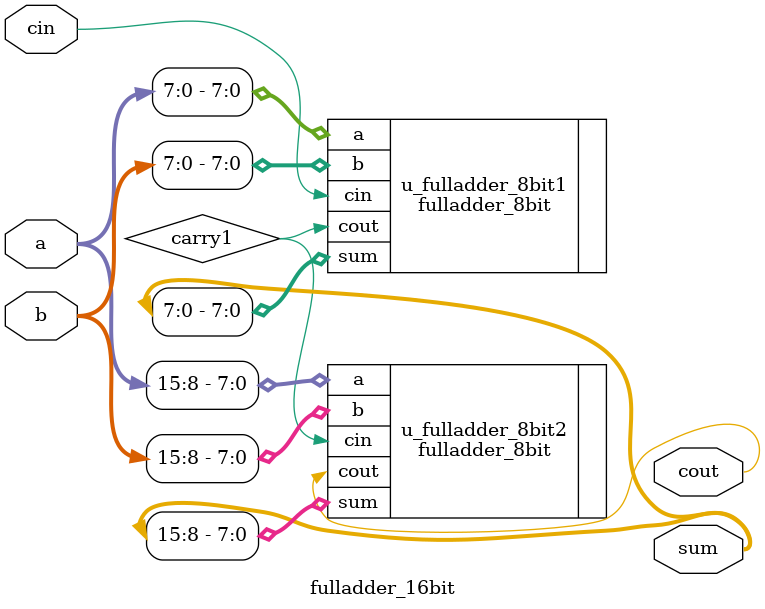
<source format=v>
module fulladder_16bit(
    a,
    b,
    cin,
    sum,
    cout
);

input [15:0] a;
input [15:0] b;
input cin;

output cout;
output [15:0] sum;

wire carry1;

fulladder_8bit u_fulladder_8bit1(
    .a(a[7:0]),
    .b(b[7:0]),
    .cin(cin),
    .sum(sum[7:0]),
    .cout(carry1)
);
fulladder_8bit u_fulladder_8bit2(
    .a(a[15:8]),
    .b(b[15:8]),
    .cin(carry1),
    .sum(sum[15:8]),
    .cout(cout)
);

endmodule
</source>
